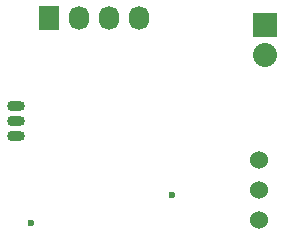
<source format=gbr>
G04 #@! TF.FileFunction,Copper,L2,Bot,Signal*
%FSLAX46Y46*%
G04 Gerber Fmt 4.6, Leading zero omitted, Abs format (unit mm)*
G04 Created by KiCad (PCBNEW 4.0.2-stable) date Wednesday, May 04, 2016 'AMt' 10:04:42 AM*
%MOMM*%
G01*
G04 APERTURE LIST*
%ADD10C,0.100000*%
%ADD11R,2.032000X2.032000*%
%ADD12O,2.032000X2.032000*%
%ADD13C,1.524000*%
%ADD14O,1.501140X0.899160*%
%ADD15R,1.727200X2.032000*%
%ADD16O,1.727200X2.032000*%
%ADD17C,0.600000*%
G04 APERTURE END LIST*
D10*
D11*
X82042000Y-96774000D03*
D12*
X82042000Y-99314000D03*
D13*
X81534000Y-110744000D03*
X81534000Y-113284000D03*
X81534000Y-108204000D03*
D14*
X60960000Y-104902000D03*
X60960000Y-106172000D03*
X60960000Y-103632000D03*
D15*
X63804800Y-96113600D03*
D16*
X66344800Y-96113600D03*
X68884800Y-96113600D03*
X71424800Y-96113600D03*
D17*
X62230000Y-113538000D03*
X74218800Y-111099600D03*
M02*

</source>
